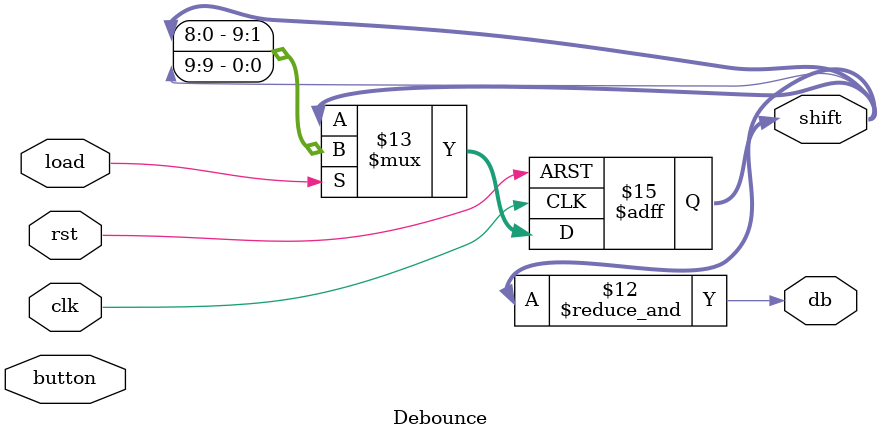
<source format=v>
`timescale 1ns / 1ps

//load is from pulse
module Debounce(button, clk, rst, load, shift, db);
// leave button alone?
input load, clk, rst, button;
output reg db;
output [9:0]shift;
reg [9:0] shift;

always@( posedge clk, posedge rst)
if(rst) shift <= 10'b11111_11110; else 
if(load) shift <= {shift[8:0], shift[9]};


always@(*)
begin
    db = shift[9]&shift[8]&shift[7]&shift[6]&shift[5]&shift[4]&shift[3]&shift[2]&shift[1]&shift[0];
    db=&shift;
end

endmodule

</source>
